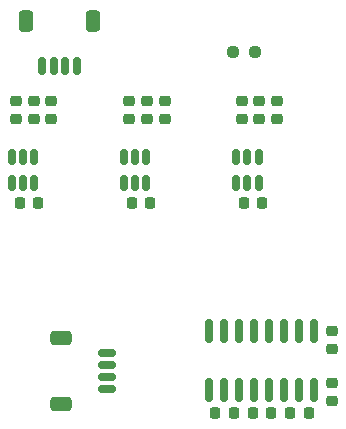
<source format=gbr>
%TF.GenerationSoftware,KiCad,Pcbnew,(6.0.9)*%
%TF.CreationDate,2022-11-26T15:45:46+01:00*%
%TF.ProjectId,h3_extra_ports,68335f65-7874-4726-915f-706f7274732e,rev?*%
%TF.SameCoordinates,Original*%
%TF.FileFunction,Paste,Bot*%
%TF.FilePolarity,Positive*%
%FSLAX46Y46*%
G04 Gerber Fmt 4.6, Leading zero omitted, Abs format (unit mm)*
G04 Created by KiCad (PCBNEW (6.0.9)) date 2022-11-26 15:45:46*
%MOMM*%
%LPD*%
G01*
G04 APERTURE LIST*
G04 Aperture macros list*
%AMRoundRect*
0 Rectangle with rounded corners*
0 $1 Rounding radius*
0 $2 $3 $4 $5 $6 $7 $8 $9 X,Y pos of 4 corners*
0 Add a 4 corners polygon primitive as box body*
4,1,4,$2,$3,$4,$5,$6,$7,$8,$9,$2,$3,0*
0 Add four circle primitives for the rounded corners*
1,1,$1+$1,$2,$3*
1,1,$1+$1,$4,$5*
1,1,$1+$1,$6,$7*
1,1,$1+$1,$8,$9*
0 Add four rect primitives between the rounded corners*
20,1,$1+$1,$2,$3,$4,$5,0*
20,1,$1+$1,$4,$5,$6,$7,0*
20,1,$1+$1,$6,$7,$8,$9,0*
20,1,$1+$1,$8,$9,$2,$3,0*%
G04 Aperture macros list end*
%ADD10RoundRect,0.225000X-0.250000X0.225000X-0.250000X-0.225000X0.250000X-0.225000X0.250000X0.225000X0*%
%ADD11RoundRect,0.150000X0.150000X-0.512500X0.150000X0.512500X-0.150000X0.512500X-0.150000X-0.512500X0*%
%ADD12RoundRect,0.225000X0.250000X-0.225000X0.250000X0.225000X-0.250000X0.225000X-0.250000X-0.225000X0*%
%ADD13RoundRect,0.225000X0.225000X0.250000X-0.225000X0.250000X-0.225000X-0.250000X0.225000X-0.250000X0*%
%ADD14RoundRect,0.150000X0.150000X-0.825000X0.150000X0.825000X-0.150000X0.825000X-0.150000X-0.825000X0*%
%ADD15RoundRect,0.225000X-0.225000X-0.250000X0.225000X-0.250000X0.225000X0.250000X-0.225000X0.250000X0*%
%ADD16RoundRect,0.237500X0.250000X0.237500X-0.250000X0.237500X-0.250000X-0.237500X0.250000X-0.237500X0*%
%ADD17RoundRect,0.150000X-0.150000X-0.625000X0.150000X-0.625000X0.150000X0.625000X-0.150000X0.625000X0*%
%ADD18RoundRect,0.250000X-0.350000X-0.650000X0.350000X-0.650000X0.350000X0.650000X-0.350000X0.650000X0*%
%ADD19RoundRect,0.150000X0.625000X-0.150000X0.625000X0.150000X-0.625000X0.150000X-0.625000X-0.150000X0*%
%ADD20RoundRect,0.250000X0.650000X-0.350000X0.650000X0.350000X-0.650000X0.350000X-0.650000X-0.350000X0*%
G04 APERTURE END LIST*
D10*
%TO.C,C9*%
X171600000Y-56725000D03*
X171600000Y-58275000D03*
%TD*%
D11*
%TO.C,U2*%
X170050000Y-63737500D03*
X169100000Y-63737500D03*
X168150000Y-63737500D03*
X168150000Y-61462500D03*
X169100000Y-61462500D03*
X170050000Y-61462500D03*
%TD*%
D10*
%TO.C,C12*%
X160500000Y-56725000D03*
X160500000Y-58275000D03*
%TD*%
%TO.C,C17*%
X181100000Y-56725000D03*
X181100000Y-58275000D03*
%TD*%
D12*
%TO.C,C2*%
X185801000Y-77737000D03*
X185801000Y-76187000D03*
%TD*%
D13*
%TO.C,C10*%
X160875000Y-65400000D03*
X159325000Y-65400000D03*
%TD*%
D10*
%TO.C,C11*%
X159000000Y-56725000D03*
X159000000Y-58275000D03*
%TD*%
%TO.C,C15*%
X178100000Y-56725000D03*
X178100000Y-58275000D03*
%TD*%
D14*
%TO.C,U1*%
X184277000Y-81215000D03*
X183007000Y-81215000D03*
X181737000Y-81215000D03*
X180467000Y-81215000D03*
X179197000Y-81215000D03*
X177927000Y-81215000D03*
X176657000Y-81215000D03*
X175387000Y-81215000D03*
X175387000Y-76265000D03*
X176657000Y-76265000D03*
X177927000Y-76265000D03*
X179197000Y-76265000D03*
X180467000Y-76265000D03*
X181737000Y-76265000D03*
X183007000Y-76265000D03*
X184277000Y-76265000D03*
%TD*%
D11*
%TO.C,U3*%
X160550000Y-63737500D03*
X159600000Y-63737500D03*
X158650000Y-63737500D03*
X158650000Y-61462500D03*
X159600000Y-61462500D03*
X160550000Y-61462500D03*
%TD*%
D13*
%TO.C,C1*%
X183782000Y-83185000D03*
X182232000Y-83185000D03*
%TD*%
%TO.C,C14*%
X179875000Y-65400000D03*
X178325000Y-65400000D03*
%TD*%
D10*
%TO.C,C7*%
X168600000Y-56725000D03*
X168600000Y-58275000D03*
%TD*%
D11*
%TO.C,U4*%
X179550000Y-63737500D03*
X178600000Y-63737500D03*
X177650000Y-63737500D03*
X177650000Y-61462500D03*
X178600000Y-61462500D03*
X179550000Y-61462500D03*
%TD*%
D15*
%TO.C,C5*%
X175882000Y-83185000D03*
X177432000Y-83185000D03*
%TD*%
D10*
%TO.C,C16*%
X179600000Y-56725000D03*
X179600000Y-58275000D03*
%TD*%
D15*
%TO.C,C3*%
X179057000Y-83185000D03*
X180607000Y-83185000D03*
%TD*%
D12*
%TO.C,C4*%
X185800000Y-82182000D03*
X185800000Y-80632000D03*
%TD*%
D16*
%TO.C,R1*%
X179220500Y-52578000D03*
X177395500Y-52578000D03*
%TD*%
D17*
%TO.C,J7*%
X161187000Y-53816000D03*
X162187000Y-53816000D03*
X163187000Y-53816000D03*
X164187000Y-53816000D03*
D18*
X165487000Y-49941000D03*
X159887000Y-49941000D03*
%TD*%
D10*
%TO.C,C8*%
X170100000Y-56725000D03*
X170100000Y-58275000D03*
%TD*%
%TO.C,C13*%
X162000000Y-56725000D03*
X162000000Y-58275000D03*
%TD*%
D19*
%TO.C,J8*%
X166719000Y-81129000D03*
X166719000Y-80129000D03*
X166719000Y-79129000D03*
X166719000Y-78129000D03*
D20*
X162844000Y-76829000D03*
X162844000Y-82429000D03*
%TD*%
D13*
%TO.C,C6*%
X170375000Y-65400000D03*
X168825000Y-65400000D03*
%TD*%
M02*

</source>
